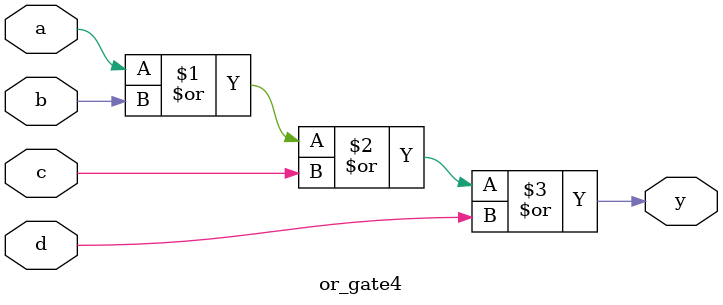
<source format=sv>


module or_gate4(
	input logic a,
	input logic b,
	input logic c,
	input logic d,
	output logic y
);
	
assign y = a | b | c | d;

endmodule

</source>
